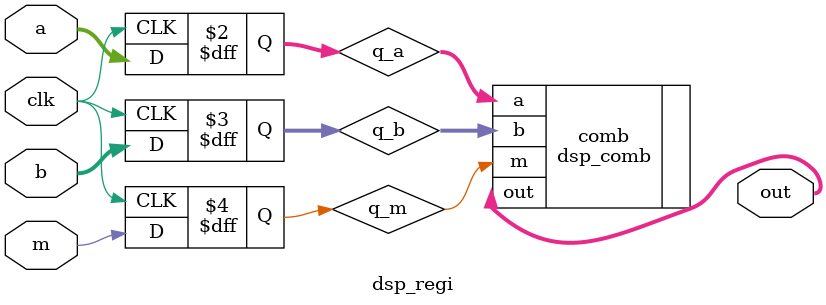
<source format=v>
`include "../dsp_combinational/dsp_comb.sim.v"

module dsp_regi (clk, a, b, m, out);
	localparam DATA_WIDTH = 64;

	input wire clk;
	input wire [DATA_WIDTH/2-1:0] a;
	input wire [DATA_WIDTH/2-1:0] b;
	input wire m;
	output wire [DATA_WIDTH-1:0] out;

	reg [DATA_WIDTH/2-1:0] q_a;
	reg [DATA_WIDTH/2-1:0] q_b;
	reg q_m;
	always @(posedge clk) begin
		q_a <= a;
		q_b <= b;
		q_m <= m;
	end

	dsp_comb comb (.a(q_a), .b(q_b), .m(q_m), .out(out));
endmodule

</source>
